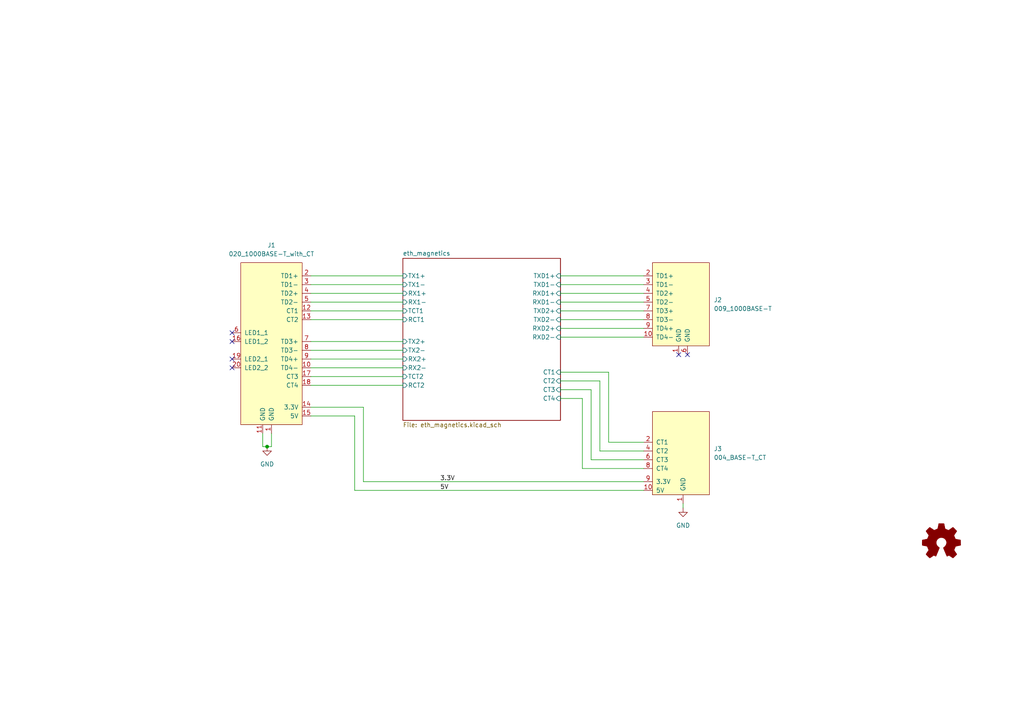
<source format=kicad_sch>
(kicad_sch (version 20211123) (generator eeschema)

  (uuid 57732dd3-1162-4c3f-88bd-31bf473d124d)

  (paper "A4")

  (lib_symbols
    (symbol "Graphic:Logo_Open_Hardware_Small" (pin_names (offset 1.016)) (in_bom yes) (on_board yes)
      (property "Reference" "#LOGO" (id 0) (at 0 6.985 0)
        (effects (font (size 1.27 1.27)) hide)
      )
      (property "Value" "Logo_Open_Hardware_Small" (id 1) (at 0 -5.715 0)
        (effects (font (size 1.27 1.27)) hide)
      )
      (property "Footprint" "" (id 2) (at 0 0 0)
        (effects (font (size 1.27 1.27)) hide)
      )
      (property "Datasheet" "~" (id 3) (at 0 0 0)
        (effects (font (size 1.27 1.27)) hide)
      )
      (property "ki_keywords" "Logo" (id 4) (at 0 0 0)
        (effects (font (size 1.27 1.27)) hide)
      )
      (property "ki_description" "Open Hardware logo, small" (id 5) (at 0 0 0)
        (effects (font (size 1.27 1.27)) hide)
      )
      (symbol "Logo_Open_Hardware_Small_0_1"
        (polyline
          (pts
            (xy 3.3528 -4.3434)
            (xy 3.302 -4.318)
            (xy 3.175 -4.2418)
            (xy 2.9972 -4.1148)
            (xy 2.7686 -3.9624)
            (xy 2.54 -3.81)
            (xy 2.3622 -3.7084)
            (xy 2.2352 -3.6068)
            (xy 2.1844 -3.5814)
            (xy 2.159 -3.6068)
            (xy 2.0574 -3.6576)
            (xy 1.905 -3.7338)
            (xy 1.8034 -3.7846)
            (xy 1.6764 -3.8354)
            (xy 1.6002 -3.8354)
            (xy 1.6002 -3.8354)
            (xy 1.5494 -3.7338)
            (xy 1.4732 -3.5306)
            (xy 1.3462 -3.302)
            (xy 1.2446 -3.0226)
            (xy 1.1176 -2.7178)
            (xy 0.9652 -2.413)
            (xy 0.8636 -2.1082)
            (xy 0.7366 -1.8288)
            (xy 0.6604 -1.6256)
            (xy 0.6096 -1.4732)
            (xy 0.5842 -1.397)
            (xy 0.5842 -1.397)
            (xy 0.6604 -1.3208)
            (xy 0.7874 -1.2446)
            (xy 1.0414 -1.016)
            (xy 1.2954 -0.6858)
            (xy 1.4478 -0.3302)
            (xy 1.524 0.0762)
            (xy 1.4732 0.4572)
            (xy 1.3208 0.8128)
            (xy 1.0668 1.143)
            (xy 0.762 1.3716)
            (xy 0.4064 1.524)
            (xy 0 1.5748)
            (xy -0.381 1.5494)
            (xy -0.7366 1.397)
            (xy -1.0668 1.143)
            (xy -1.2192 0.9906)
            (xy -1.397 0.6604)
            (xy -1.524 0.3048)
            (xy -1.524 0.2286)
            (xy -1.4986 -0.1778)
            (xy -1.397 -0.5334)
            (xy -1.1938 -0.8636)
            (xy -0.9144 -1.143)
            (xy -0.8636 -1.1684)
            (xy -0.7366 -1.27)
            (xy -0.635 -1.3462)
            (xy -0.5842 -1.397)
            (xy -1.0668 -2.5908)
            (xy -1.143 -2.794)
            (xy -1.2954 -3.1242)
            (xy -1.397 -3.4036)
            (xy -1.4986 -3.6322)
            (xy -1.5748 -3.7846)
            (xy -1.6002 -3.8354)
            (xy -1.6002 -3.8354)
            (xy -1.651 -3.8354)
            (xy -1.7272 -3.81)
            (xy -1.905 -3.7338)
            (xy -2.0066 -3.683)
            (xy -2.1336 -3.6068)
            (xy -2.2098 -3.5814)
            (xy -2.2606 -3.6068)
            (xy -2.3622 -3.683)
            (xy -2.54 -3.81)
            (xy -2.7686 -3.9624)
            (xy -2.9718 -4.0894)
            (xy -3.1496 -4.2164)
            (xy -3.302 -4.318)
            (xy -3.3528 -4.3434)
            (xy -3.3782 -4.3434)
            (xy -3.429 -4.318)
            (xy -3.5306 -4.2164)
            (xy -3.7084 -4.064)
            (xy -3.937 -3.8354)
            (xy -3.9624 -3.81)
            (xy -4.1656 -3.6068)
            (xy -4.318 -3.4544)
            (xy -4.4196 -3.3274)
            (xy -4.445 -3.2766)
            (xy -4.445 -3.2766)
            (xy -4.4196 -3.2258)
            (xy -4.318 -3.0734)
            (xy -4.2164 -2.8956)
            (xy -4.064 -2.667)
            (xy -3.6576 -2.0828)
            (xy -3.8862 -1.5494)
            (xy -3.937 -1.3716)
            (xy -4.0386 -1.1684)
            (xy -4.0894 -1.0414)
            (xy -4.1148 -0.9652)
            (xy -4.191 -0.9398)
            (xy -4.318 -0.9144)
            (xy -4.5466 -0.8636)
            (xy -4.8006 -0.8128)
            (xy -5.0546 -0.7874)
            (xy -5.2578 -0.7366)
            (xy -5.4356 -0.7112)
            (xy -5.5118 -0.6858)
            (xy -5.5118 -0.6858)
            (xy -5.5372 -0.635)
            (xy -5.5372 -0.5588)
            (xy -5.5372 -0.4318)
            (xy -5.5626 -0.2286)
            (xy -5.5626 0.0762)
            (xy -5.5626 0.127)
            (xy -5.5372 0.4064)
            (xy -5.5372 0.635)
            (xy -5.5372 0.762)
            (xy -5.5372 0.8382)
            (xy -5.5372 0.8382)
            (xy -5.461 0.8382)
            (xy -5.3086 0.889)
            (xy -5.08 0.9144)
            (xy -4.826 0.9652)
            (xy -4.8006 0.9906)
            (xy -4.5466 1.0414)
            (xy -4.318 1.0668)
            (xy -4.1656 1.1176)
            (xy -4.0894 1.143)
            (xy -4.0894 1.143)
            (xy -4.0386 1.2446)
            (xy -3.9624 1.4224)
            (xy -3.8608 1.6256)
            (xy -3.7846 1.8288)
            (xy -3.7084 2.0066)
            (xy -3.6576 2.159)
            (xy -3.6322 2.2098)
            (xy -3.6322 2.2098)
            (xy -3.683 2.286)
            (xy -3.7592 2.413)
            (xy -3.8862 2.5908)
            (xy -4.064 2.8194)
            (xy -4.064 2.8448)
            (xy -4.2164 3.0734)
            (xy -4.3434 3.2512)
            (xy -4.4196 3.3782)
            (xy -4.445 3.4544)
            (xy -4.445 3.4544)
            (xy -4.3942 3.5052)
            (xy -4.2926 3.6322)
            (xy -4.1148 3.81)
            (xy -3.937 4.0132)
            (xy -3.8608 4.064)
            (xy -3.6576 4.2926)
            (xy -3.5052 4.4196)
            (xy -3.4036 4.4958)
            (xy -3.3528 4.5212)
            (xy -3.3528 4.5212)
            (xy -3.302 4.4704)
            (xy -3.1496 4.3688)
            (xy -2.9718 4.2418)
            (xy -2.7432 4.0894)
            (xy -2.7178 4.0894)
            (xy -2.4892 3.937)
            (xy -2.3114 3.81)
            (xy -2.1844 3.7084)
            (xy -2.1336 3.683)
            (xy -2.1082 3.683)
            (xy -2.032 3.7084)
            (xy -1.8542 3.7592)
            (xy -1.6764 3.8354)
            (xy -1.4732 3.937)
            (xy -1.27 4.0132)
            (xy -1.143 4.064)
            (xy -1.0668 4.1148)
            (xy -1.0668 4.1148)
            (xy -1.0414 4.191)
            (xy -1.016 4.3434)
            (xy -0.9652 4.572)
            (xy -0.9144 4.8514)
            (xy -0.889 4.9022)
            (xy -0.8382 5.1562)
            (xy -0.8128 5.3848)
            (xy -0.7874 5.5372)
            (xy -0.762 5.588)
            (xy -0.7112 5.6134)
            (xy -0.5842 5.6134)
            (xy -0.4064 5.6134)
            (xy -0.1524 5.6134)
            (xy 0.0762 5.6134)
            (xy 0.3302 5.6134)
            (xy 0.5334 5.6134)
            (xy 0.6858 5.588)
            (xy 0.7366 5.588)
            (xy 0.7366 5.588)
            (xy 0.762 5.5118)
            (xy 0.8128 5.334)
            (xy 0.8382 5.1054)
            (xy 0.9144 4.826)
            (xy 0.9144 4.7752)
            (xy 0.9652 4.5212)
            (xy 1.016 4.2926)
            (xy 1.0414 4.1402)
            (xy 1.0668 4.0894)
            (xy 1.0668 4.0894)
            (xy 1.1938 4.0386)
            (xy 1.3716 3.9624)
            (xy 1.5748 3.8608)
            (xy 2.0828 3.6576)
            (xy 2.7178 4.0894)
            (xy 2.7686 4.1402)
            (xy 2.9972 4.2926)
            (xy 3.175 4.4196)
            (xy 3.302 4.4958)
            (xy 3.3782 4.5212)
            (xy 3.3782 4.5212)
            (xy 3.429 4.4704)
            (xy 3.556 4.3434)
            (xy 3.7338 4.191)
            (xy 3.9116 3.9878)
            (xy 4.064 3.8354)
            (xy 4.2418 3.6576)
            (xy 4.3434 3.556)
            (xy 4.4196 3.4798)
            (xy 4.4196 3.429)
            (xy 4.4196 3.4036)
            (xy 4.3942 3.3274)
            (xy 4.2926 3.2004)
            (xy 4.1656 2.9972)
            (xy 4.0132 2.794)
            (xy 3.8862 2.5908)
            (xy 3.7592 2.3876)
            (xy 3.6576 2.2352)
            (xy 3.6322 2.159)
            (xy 3.6322 2.1336)
            (xy 3.683 2.0066)
            (xy 3.7592 1.8288)
            (xy 3.8608 1.6002)
            (xy 4.064 1.1176)
            (xy 4.3942 1.0414)
            (xy 4.5974 1.016)
            (xy 4.8768 0.9652)
            (xy 5.1308 0.9144)
            (xy 5.5372 0.8382)
            (xy 5.5626 -0.6604)
            (xy 5.4864 -0.6858)
            (xy 5.4356 -0.6858)
            (xy 5.2832 -0.7366)
            (xy 5.0546 -0.762)
            (xy 4.8006 -0.8128)
            (xy 4.5974 -0.8636)
            (xy 4.3688 -0.9144)
            (xy 4.2164 -0.9398)
            (xy 4.1402 -0.9398)
            (xy 4.1148 -0.9652)
            (xy 4.064 -1.0668)
            (xy 3.9878 -1.2446)
            (xy 3.9116 -1.4478)
            (xy 3.81 -1.651)
            (xy 3.7338 -1.8542)
            (xy 3.683 -2.0066)
            (xy 3.6576 -2.0828)
            (xy 3.683 -2.1336)
            (xy 3.7846 -2.2606)
            (xy 3.8862 -2.4638)
            (xy 4.0386 -2.667)
            (xy 4.191 -2.8956)
            (xy 4.318 -3.0734)
            (xy 4.3942 -3.2004)
            (xy 4.445 -3.2766)
            (xy 4.4196 -3.3274)
            (xy 4.3434 -3.429)
            (xy 4.1656 -3.5814)
            (xy 3.937 -3.8354)
            (xy 3.8862 -3.8608)
            (xy 3.683 -4.064)
            (xy 3.5306 -4.2164)
            (xy 3.4036 -4.318)
            (xy 3.3528 -4.3434)
          )
          (stroke (width 0) (type default) (color 0 0 0 0))
          (fill (type outline))
        )
      )
    )
    (symbol "power:GND" (power) (pin_names (offset 0)) (in_bom yes) (on_board yes)
      (property "Reference" "#PWR" (id 0) (at 0 -6.35 0)
        (effects (font (size 1.27 1.27)) hide)
      )
      (property "Value" "GND" (id 1) (at 0 -3.81 0)
        (effects (font (size 1.27 1.27)))
      )
      (property "Footprint" "" (id 2) (at 0 0 0)
        (effects (font (size 1.27 1.27)) hide)
      )
      (property "Datasheet" "" (id 3) (at 0 0 0)
        (effects (font (size 1.27 1.27)) hide)
      )
      (property "ki_keywords" "power-flag" (id 4) (at 0 0 0)
        (effects (font (size 1.27 1.27)) hide)
      )
      (property "ki_description" "Power symbol creates a global label with name \"GND\" , ground" (id 5) (at 0 0 0)
        (effects (font (size 1.27 1.27)) hide)
      )
      (symbol "GND_0_1"
        (polyline
          (pts
            (xy 0 0)
            (xy 0 -1.27)
            (xy 1.27 -1.27)
            (xy 0 -2.54)
            (xy -1.27 -1.27)
            (xy 0 -1.27)
          )
          (stroke (width 0) (type default) (color 0 0 0 0))
          (fill (type none))
        )
      )
      (symbol "GND_1_1"
        (pin power_in line (at 0 0 270) (length 0) hide
          (name "GND" (effects (font (size 1.27 1.27))))
          (number "1" (effects (font (size 1.27 1.27))))
        )
      )
    )
    (symbol "put_on_edge:004_BASE-T_CT" (pin_names (offset 1.016)) (in_bom yes) (on_board yes)
      (property "Reference" "J" (id 0) (at -2.54 13.97 0)
        (effects (font (size 1.27 1.27)))
      )
      (property "Value" "004_BASE-T_CT" (id 1) (at 8.89 13.97 0)
        (effects (font (size 1.27 1.27)))
      )
      (property "Footprint" "" (id 2) (at 7.62 16.51 0)
        (effects (font (size 1.27 1.27)) hide)
      )
      (property "Datasheet" "" (id 3) (at 7.62 16.51 0)
        (effects (font (size 1.27 1.27)) hide)
      )
      (symbol "004_BASE-T_CT_0_1"
        (rectangle (start -8.89 12.7) (end 7.62 -11.43)
          (stroke (width 0) (type default) (color 0 0 0 0))
          (fill (type background))
        )
      )
      (symbol "004_BASE-T_CT_1_1"
        (pin power_in line (at 0 -13.97 90) (length 2.54)
          (name "GND" (effects (font (size 1.27 1.27))))
          (number "1" (effects (font (size 1.27 1.27))))
        )
        (pin power_in line (at -11.43 -10.16 0) (length 2.54)
          (name "5V" (effects (font (size 1.27 1.27))))
          (number "10" (effects (font (size 1.27 1.27))))
        )
        (pin bidirectional line (at -11.43 3.81 0) (length 2.54)
          (name "CT1" (effects (font (size 1.27 1.27))))
          (number "2" (effects (font (size 1.27 1.27))))
        )
        (pin bidirectional line (at -11.43 1.27 0) (length 2.54)
          (name "CT2" (effects (font (size 1.27 1.27))))
          (number "4" (effects (font (size 1.27 1.27))))
        )
        (pin bidirectional line (at -11.43 -1.27 0) (length 2.54)
          (name "CT3" (effects (font (size 1.27 1.27))))
          (number "6" (effects (font (size 1.27 1.27))))
        )
        (pin bidirectional line (at -11.43 -3.81 0) (length 2.54)
          (name "CT4" (effects (font (size 1.27 1.27))))
          (number "8" (effects (font (size 1.27 1.27))))
        )
        (pin power_in line (at -11.43 -7.62 0) (length 2.54)
          (name "3.3V" (effects (font (size 1.27 1.27))))
          (number "9" (effects (font (size 1.27 1.27))))
        )
      )
    )
    (symbol "put_on_edge:009_1000BASE-T" (pin_names (offset 1.016)) (in_bom yes) (on_board yes)
      (property "Reference" "J" (id 0) (at -2.54 13.97 0)
        (effects (font (size 1.27 1.27)))
      )
      (property "Value" "009_1000BASE-T" (id 1) (at 8.89 13.97 0)
        (effects (font (size 1.27 1.27)))
      )
      (property "Footprint" "" (id 2) (at 7.62 16.51 0)
        (effects (font (size 1.27 1.27)) hide)
      )
      (property "Datasheet" "" (id 3) (at 7.62 16.51 0)
        (effects (font (size 1.27 1.27)) hide)
      )
      (symbol "009_1000BASE-T_0_1"
        (rectangle (start -8.89 12.7) (end 7.62 -11.43)
          (stroke (width 0) (type default) (color 0 0 0 0))
          (fill (type background))
        )
      )
      (symbol "009_1000BASE-T_1_1"
        (pin power_in line (at -1.27 -13.97 90) (length 2.54)
          (name "GND" (effects (font (size 1.27 1.27))))
          (number "1" (effects (font (size 1.27 1.27))))
        )
        (pin bidirectional line (at -11.43 -8.89 0) (length 2.54)
          (name "TD4-" (effects (font (size 1.27 1.27))))
          (number "10" (effects (font (size 1.27 1.27))))
        )
        (pin bidirectional line (at -11.43 8.89 0) (length 2.54)
          (name "TD1+" (effects (font (size 1.27 1.27))))
          (number "2" (effects (font (size 1.27 1.27))))
        )
        (pin bidirectional line (at -11.43 6.35 0) (length 2.54)
          (name "TD1-" (effects (font (size 1.27 1.27))))
          (number "3" (effects (font (size 1.27 1.27))))
        )
        (pin bidirectional line (at -11.43 3.81 0) (length 2.54)
          (name "TD2+" (effects (font (size 1.27 1.27))))
          (number "4" (effects (font (size 1.27 1.27))))
        )
        (pin bidirectional line (at -11.43 1.27 0) (length 2.54)
          (name "TD2-" (effects (font (size 1.27 1.27))))
          (number "5" (effects (font (size 1.27 1.27))))
        )
        (pin power_in line (at 1.27 -13.97 90) (length 2.54)
          (name "GND" (effects (font (size 1.27 1.27))))
          (number "6" (effects (font (size 1.27 1.27))))
        )
        (pin bidirectional line (at -11.43 -1.27 0) (length 2.54)
          (name "TD3+" (effects (font (size 1.27 1.27))))
          (number "7" (effects (font (size 1.27 1.27))))
        )
        (pin bidirectional line (at -11.43 -3.81 0) (length 2.54)
          (name "TD3-" (effects (font (size 1.27 1.27))))
          (number "8" (effects (font (size 1.27 1.27))))
        )
        (pin bidirectional line (at -11.43 -6.35 0) (length 2.54)
          (name "TD4+" (effects (font (size 1.27 1.27))))
          (number "9" (effects (font (size 1.27 1.27))))
        )
      )
    )
    (symbol "put_on_edge:020_1000BASE-T_with_CT" (pin_names (offset 1.016)) (in_bom yes) (on_board yes)
      (property "Reference" "J" (id 0) (at -2.54 13.97 0)
        (effects (font (size 1.27 1.27)))
      )
      (property "Value" "020_1000BASE-T_with_CT" (id 1) (at 8.89 13.97 0)
        (effects (font (size 1.27 1.27)))
      )
      (property "Footprint" "" (id 2) (at 7.62 16.51 0)
        (effects (font (size 1.27 1.27)) hide)
      )
      (property "Datasheet" "" (id 3) (at 7.62 16.51 0)
        (effects (font (size 1.27 1.27)) hide)
      )
      (symbol "020_1000BASE-T_with_CT_0_1"
        (rectangle (start -8.89 12.7) (end 8.89 -34.29)
          (stroke (width 0) (type default) (color 0 0 0 0))
          (fill (type background))
        )
      )
      (symbol "020_1000BASE-T_with_CT_1_1"
        (pin power_in line (at 0 -36.83 90) (length 2.54)
          (name "GND" (effects (font (size 1.27 1.27))))
          (number "1" (effects (font (size 1.27 1.27))))
        )
        (pin bidirectional line (at -11.43 -17.78 0) (length 2.54)
          (name "TD4-" (effects (font (size 1.27 1.27))))
          (number "10" (effects (font (size 1.27 1.27))))
        )
        (pin power_in line (at 2.54 -36.83 90) (length 2.54)
          (name "GND" (effects (font (size 1.27 1.27))))
          (number "11" (effects (font (size 1.27 1.27))))
        )
        (pin bidirectional line (at -11.43 -1.27 0) (length 2.54)
          (name "CT1" (effects (font (size 1.27 1.27))))
          (number "12" (effects (font (size 1.27 1.27))))
        )
        (pin bidirectional line (at -11.43 -3.81 0) (length 2.54)
          (name "CT2" (effects (font (size 1.27 1.27))))
          (number "13" (effects (font (size 1.27 1.27))))
        )
        (pin bidirectional line (at -11.43 -29.21 0) (length 2.54)
          (name "3.3V" (effects (font (size 1.27 1.27))))
          (number "14" (effects (font (size 1.27 1.27))))
        )
        (pin bidirectional line (at -11.43 -31.75 0) (length 2.54)
          (name "5V" (effects (font (size 1.27 1.27))))
          (number "15" (effects (font (size 1.27 1.27))))
        )
        (pin bidirectional line (at 11.43 -10.16 180) (length 2.54)
          (name "LED1_2" (effects (font (size 1.27 1.27))))
          (number "16" (effects (font (size 1.27 1.27))))
        )
        (pin bidirectional line (at -11.43 -20.32 0) (length 2.54)
          (name "CT3" (effects (font (size 1.27 1.27))))
          (number "17" (effects (font (size 1.27 1.27))))
        )
        (pin bidirectional line (at -11.43 -22.86 0) (length 2.54)
          (name "CT4" (effects (font (size 1.27 1.27))))
          (number "18" (effects (font (size 1.27 1.27))))
        )
        (pin bidirectional line (at 11.43 -15.24 180) (length 2.54)
          (name "LED2_1" (effects (font (size 1.27 1.27))))
          (number "19" (effects (font (size 1.27 1.27))))
        )
        (pin bidirectional line (at -11.43 8.89 0) (length 2.54)
          (name "TD1+" (effects (font (size 1.27 1.27))))
          (number "2" (effects (font (size 1.27 1.27))))
        )
        (pin bidirectional line (at 11.43 -17.78 180) (length 2.54)
          (name "LED2_2" (effects (font (size 1.27 1.27))))
          (number "20" (effects (font (size 1.27 1.27))))
        )
        (pin bidirectional line (at -11.43 6.35 0) (length 2.54)
          (name "TD1-" (effects (font (size 1.27 1.27))))
          (number "3" (effects (font (size 1.27 1.27))))
        )
        (pin bidirectional line (at -11.43 3.81 0) (length 2.54)
          (name "TD2+" (effects (font (size 1.27 1.27))))
          (number "4" (effects (font (size 1.27 1.27))))
        )
        (pin bidirectional line (at -11.43 1.27 0) (length 2.54)
          (name "TD2-" (effects (font (size 1.27 1.27))))
          (number "5" (effects (font (size 1.27 1.27))))
        )
        (pin bidirectional line (at 11.43 -7.62 180) (length 2.54)
          (name "LED1_1" (effects (font (size 1.27 1.27))))
          (number "6" (effects (font (size 1.27 1.27))))
        )
        (pin bidirectional line (at -11.43 -10.16 0) (length 2.54)
          (name "TD3+" (effects (font (size 1.27 1.27))))
          (number "7" (effects (font (size 1.27 1.27))))
        )
        (pin bidirectional line (at -11.43 -12.7 0) (length 2.54)
          (name "TD3-" (effects (font (size 1.27 1.27))))
          (number "8" (effects (font (size 1.27 1.27))))
        )
        (pin bidirectional line (at -11.43 -15.24 0) (length 2.54)
          (name "TD4+" (effects (font (size 1.27 1.27))))
          (number "9" (effects (font (size 1.27 1.27))))
        )
      )
    )
  )

  (junction (at 77.47 129.54) (diameter 0) (color 0 0 0 0)
    (uuid 03a3046c-536b-44bf-8246-9aab18dbef23)
  )

  (no_connect (at 67.31 106.68) (uuid 2a3b6c20-da06-44fe-8f14-6e866f3c8771))
  (no_connect (at 67.31 96.52) (uuid 2a3b6c20-da06-44fe-8f14-6e866f3c8771))
  (no_connect (at 67.31 99.06) (uuid 2a3b6c20-da06-44fe-8f14-6e866f3c8771))
  (no_connect (at 67.31 104.14) (uuid 2a3b6c20-da06-44fe-8f14-6e866f3c8771))
  (no_connect (at 199.39 102.87) (uuid 9b0bfd38-8432-4445-b414-5c2275ab4a62))
  (no_connect (at 196.85 102.87) (uuid 9b0bfd38-8432-4445-b414-5c2275ab4a63))

  (wire (pts (xy 173.99 130.81) (xy 186.69 130.81))
    (stroke (width 0) (type default) (color 0 0 0 0))
    (uuid 03c2ba3f-90b3-4ba6-8a35-e4dd9941b50c)
  )
  (wire (pts (xy 186.69 139.7) (xy 105.41 139.7))
    (stroke (width 0) (type default) (color 0 0 0 0))
    (uuid 04273f2a-6251-4f43-86a7-cd660255d0a0)
  )
  (wire (pts (xy 78.74 129.54) (xy 78.74 125.73))
    (stroke (width 0) (type default) (color 0 0 0 0))
    (uuid 0e10dde4-aba1-47f1-9fc0-c1d36578fd52)
  )
  (wire (pts (xy 162.56 97.79) (xy 186.69 97.79))
    (stroke (width 0) (type default) (color 0 0 0 0))
    (uuid 1493b973-4545-45a7-8792-b5eb77b7bdda)
  )
  (wire (pts (xy 90.17 82.55) (xy 116.84 82.55))
    (stroke (width 0) (type default) (color 0 0 0 0))
    (uuid 245bdde8-01ee-4e30-b361-40a916ed04cb)
  )
  (wire (pts (xy 90.17 99.06) (xy 116.84 99.06))
    (stroke (width 0) (type default) (color 0 0 0 0))
    (uuid 25d832bb-62a0-4e10-bf86-40588659fb1f)
  )
  (wire (pts (xy 76.2 125.73) (xy 76.2 129.54))
    (stroke (width 0) (type default) (color 0 0 0 0))
    (uuid 27bae3a9-f28c-4f18-a514-67120a03be28)
  )
  (wire (pts (xy 162.56 85.09) (xy 186.69 85.09))
    (stroke (width 0) (type default) (color 0 0 0 0))
    (uuid 35be6e1c-5f05-40fe-bb9f-e98f9d87d2ba)
  )
  (wire (pts (xy 90.17 120.65) (xy 102.87 120.65))
    (stroke (width 0) (type default) (color 0 0 0 0))
    (uuid 35e214d5-b57d-4dff-acb4-6914cc3a0185)
  )
  (wire (pts (xy 171.45 133.35) (xy 171.45 113.03))
    (stroke (width 0) (type default) (color 0 0 0 0))
    (uuid 3f7e725e-a440-45d1-a775-5b824c1dd293)
  )
  (wire (pts (xy 162.56 82.55) (xy 186.69 82.55))
    (stroke (width 0) (type default) (color 0 0 0 0))
    (uuid 4729eb13-5d59-49eb-b9be-bbbd4ce89b15)
  )
  (wire (pts (xy 162.56 90.17) (xy 186.69 90.17))
    (stroke (width 0) (type default) (color 0 0 0 0))
    (uuid 476beaec-fc9d-4fa5-96cf-7ad56a940974)
  )
  (wire (pts (xy 168.91 135.89) (xy 168.91 115.57))
    (stroke (width 0) (type default) (color 0 0 0 0))
    (uuid 48c379d4-137b-4c99-8389-ece2e011cc68)
  )
  (wire (pts (xy 76.2 129.54) (xy 77.47 129.54))
    (stroke (width 0) (type default) (color 0 0 0 0))
    (uuid 4cd441f7-927a-413d-9672-2cabee7de042)
  )
  (wire (pts (xy 90.17 101.6) (xy 116.84 101.6))
    (stroke (width 0) (type default) (color 0 0 0 0))
    (uuid 51bf2b28-a12e-4e2a-90be-00a9ddbf0b9e)
  )
  (wire (pts (xy 162.56 107.95) (xy 176.53 107.95))
    (stroke (width 0) (type default) (color 0 0 0 0))
    (uuid 61befe07-d276-4cb5-80cc-8bf162373dcb)
  )
  (wire (pts (xy 90.17 111.76) (xy 116.84 111.76))
    (stroke (width 0) (type default) (color 0 0 0 0))
    (uuid 65379388-718b-4447-b400-e9ef63722dad)
  )
  (wire (pts (xy 77.47 129.54) (xy 78.74 129.54))
    (stroke (width 0) (type default) (color 0 0 0 0))
    (uuid 72b2d6aa-8b4f-42f2-bb11-fc4fab091d64)
  )
  (wire (pts (xy 90.17 109.22) (xy 116.84 109.22))
    (stroke (width 0) (type default) (color 0 0 0 0))
    (uuid 79059539-0e30-4e78-bcbd-31aa755d1034)
  )
  (wire (pts (xy 186.69 135.89) (xy 168.91 135.89))
    (stroke (width 0) (type default) (color 0 0 0 0))
    (uuid 8bc7b5a1-0fe4-4de5-b124-b91fc45e2124)
  )
  (wire (pts (xy 90.17 106.68) (xy 116.84 106.68))
    (stroke (width 0) (type default) (color 0 0 0 0))
    (uuid 8dc5b6fd-8322-4b71-ab66-9d7bba9f8385)
  )
  (wire (pts (xy 176.53 128.27) (xy 186.69 128.27))
    (stroke (width 0) (type default) (color 0 0 0 0))
    (uuid 94e76c42-ef8c-476b-97dd-a3d460628d6c)
  )
  (wire (pts (xy 171.45 113.03) (xy 162.56 113.03))
    (stroke (width 0) (type default) (color 0 0 0 0))
    (uuid 97bc2efd-73d5-48d7-ad89-ddd11f5271a1)
  )
  (wire (pts (xy 162.56 87.63) (xy 186.69 87.63))
    (stroke (width 0) (type default) (color 0 0 0 0))
    (uuid a10fb016-45d8-4697-81d7-e2bbb712710d)
  )
  (wire (pts (xy 90.17 92.71) (xy 116.84 92.71))
    (stroke (width 0) (type default) (color 0 0 0 0))
    (uuid ae69b405-1341-44f0-ba00-52549b369c99)
  )
  (wire (pts (xy 90.17 90.17) (xy 116.84 90.17))
    (stroke (width 0) (type default) (color 0 0 0 0))
    (uuid b083d772-0894-45bb-98b9-6ab2e8b1b4a2)
  )
  (wire (pts (xy 176.53 107.95) (xy 176.53 128.27))
    (stroke (width 0) (type default) (color 0 0 0 0))
    (uuid b4a11316-db95-4619-971f-1af1b27414e1)
  )
  (wire (pts (xy 186.69 133.35) (xy 171.45 133.35))
    (stroke (width 0) (type default) (color 0 0 0 0))
    (uuid bafda417-49b5-40f2-b533-262edcb7c247)
  )
  (wire (pts (xy 90.17 80.01) (xy 116.84 80.01))
    (stroke (width 0) (type default) (color 0 0 0 0))
    (uuid c4451026-09d9-43fd-9ce0-c55979c2fb7e)
  )
  (wire (pts (xy 162.56 110.49) (xy 173.99 110.49))
    (stroke (width 0) (type default) (color 0 0 0 0))
    (uuid c7f67ce2-a508-46aa-8bbd-8c1abbca618e)
  )
  (wire (pts (xy 162.56 92.71) (xy 186.69 92.71))
    (stroke (width 0) (type default) (color 0 0 0 0))
    (uuid d060ff54-e74d-4617-bc76-79640ac6653c)
  )
  (wire (pts (xy 90.17 118.11) (xy 105.41 118.11))
    (stroke (width 0) (type default) (color 0 0 0 0))
    (uuid d13cf295-4d5b-462f-b831-7b8ad33fee59)
  )
  (wire (pts (xy 198.12 146.05) (xy 198.12 147.32))
    (stroke (width 0) (type default) (color 0 0 0 0))
    (uuid d375af02-a6ef-4524-b70c-fb33bb2846aa)
  )
  (wire (pts (xy 162.56 95.25) (xy 186.69 95.25))
    (stroke (width 0) (type default) (color 0 0 0 0))
    (uuid d7542ef7-3cf7-4bd2-91cd-451a53f12879)
  )
  (wire (pts (xy 173.99 110.49) (xy 173.99 130.81))
    (stroke (width 0) (type default) (color 0 0 0 0))
    (uuid d83374c3-ffec-4f5e-9462-a66db4afa747)
  )
  (wire (pts (xy 90.17 87.63) (xy 116.84 87.63))
    (stroke (width 0) (type default) (color 0 0 0 0))
    (uuid da1a926d-266a-4f37-a2a2-d6be47ca6015)
  )
  (wire (pts (xy 168.91 115.57) (xy 162.56 115.57))
    (stroke (width 0) (type default) (color 0 0 0 0))
    (uuid dd7cdfb7-16eb-47ed-ae5f-4e140d9304b8)
  )
  (wire (pts (xy 90.17 85.09) (xy 116.84 85.09))
    (stroke (width 0) (type default) (color 0 0 0 0))
    (uuid dedb1153-706f-41cb-9519-e57a11130e36)
  )
  (wire (pts (xy 105.41 118.11) (xy 105.41 139.7))
    (stroke (width 0) (type default) (color 0 0 0 0))
    (uuid e03aaf14-c353-4510-ad1a-bef70ab624f7)
  )
  (wire (pts (xy 90.17 104.14) (xy 116.84 104.14))
    (stroke (width 0) (type default) (color 0 0 0 0))
    (uuid e22625fc-008d-4fed-be1f-7b78e51d2dd3)
  )
  (wire (pts (xy 162.56 80.01) (xy 186.69 80.01))
    (stroke (width 0) (type default) (color 0 0 0 0))
    (uuid e9993e9b-6869-4477-a984-6258e920cd3f)
  )
  (wire (pts (xy 102.87 120.65) (xy 102.87 142.24))
    (stroke (width 0) (type default) (color 0 0 0 0))
    (uuid f19abd38-9d55-4113-909e-9832747f6a27)
  )
  (wire (pts (xy 102.87 142.24) (xy 186.69 142.24))
    (stroke (width 0) (type default) (color 0 0 0 0))
    (uuid f72ddb73-beb8-42c2-b9f7-6057fdf72a31)
  )

  (label "3.3V" (at 127.635 139.7 0)
    (effects (font (size 1.27 1.27)) (justify left bottom))
    (uuid 4dcf1b39-842a-4a3b-8984-2f28491e04cb)
  )
  (label "5V" (at 127.635 142.24 0)
    (effects (font (size 1.27 1.27)) (justify left bottom))
    (uuid 83307dd5-b495-4e8c-87f4-e97c85e6d3ff)
  )

  (symbol (lib_id "power:GND") (at 198.12 147.32 0) (unit 1)
    (in_bom yes) (on_board yes) (fields_autoplaced)
    (uuid 8abf2288-b2ff-4824-bade-ea97b1002519)
    (property "Reference" "#PWR0102" (id 0) (at 198.12 153.67 0)
      (effects (font (size 1.27 1.27)) hide)
    )
    (property "Value" "GND" (id 1) (at 198.12 152.4 0))
    (property "Footprint" "" (id 2) (at 198.12 147.32 0)
      (effects (font (size 1.27 1.27)) hide)
    )
    (property "Datasheet" "" (id 3) (at 198.12 147.32 0)
      (effects (font (size 1.27 1.27)) hide)
    )
    (pin "1" (uuid 68e5257c-90e2-43b6-9bff-932cd5382d33))
  )

  (symbol (lib_id "put_on_edge:020_1000BASE-T_with_CT") (at 78.74 88.9 0) (mirror y) (unit 1)
    (in_bom yes) (on_board yes) (fields_autoplaced)
    (uuid 9ea7ce04-55a9-4ae9-8058-fe062be9b8ab)
    (property "Reference" "J1" (id 0) (at 78.74 71.12 0))
    (property "Value" "020_1000BASE-T_with_CT" (id 1) (at 78.74 73.66 0))
    (property "Footprint" "on_edge:on_edge_2x10_device" (id 2) (at 71.12 72.39 0)
      (effects (font (size 1.27 1.27)) hide)
    )
    (property "Datasheet" "" (id 3) (at 71.12 72.39 0)
      (effects (font (size 1.27 1.27)) hide)
    )
    (pin "1" (uuid 847fdbd6-15e1-4fd4-9a07-b40e3d698e6b))
    (pin "10" (uuid c657987e-cad5-46dc-9ff9-a72e621c018c))
    (pin "11" (uuid 779b5c2f-1a7d-43ec-83b4-ff45cc065c7d))
    (pin "12" (uuid 5d0ef74d-188b-4f65-a622-387c910a4bd1))
    (pin "13" (uuid 0955fd2c-4fda-415f-a080-d7f6afb59269))
    (pin "14" (uuid 8c1ccb1c-85a0-48e9-a3a0-d6bbe083697e))
    (pin "15" (uuid 2545841b-270b-403c-9064-7bac48734741))
    (pin "16" (uuid 6986ae88-d63f-4b77-b0d7-a6b6ac08d531))
    (pin "17" (uuid b9ebe2ef-05d8-41e8-82a0-8ddd171c6b4d))
    (pin "18" (uuid 0fbfdf6b-181c-482f-a8c4-e09cd6e0668a))
    (pin "19" (uuid f9d226ce-a331-4d66-98e2-7b26fea0e578))
    (pin "2" (uuid 26b0729e-2b6f-42a0-b5f0-7d3a70d47de8))
    (pin "20" (uuid 446542b0-1b38-4765-8808-c60f2a23f996))
    (pin "3" (uuid 12f793c2-a0ba-4c17-9f6c-c5bc79161c77))
    (pin "4" (uuid 5c520db3-4a78-4013-ac2b-7f84f6314161))
    (pin "5" (uuid bac7a3ae-5f92-4523-8c2d-443a8e7b6aea))
    (pin "6" (uuid 95546719-3874-47f4-a31e-5c4a4c09284d))
    (pin "7" (uuid b7954a74-cb8e-4cd4-8083-107adb5985a7))
    (pin "8" (uuid f2146641-c0c9-4841-98e6-add9853a9597))
    (pin "9" (uuid d64c1573-ea93-4993-99c7-82a81340b07e))
  )

  (symbol (lib_id "Graphic:Logo_Open_Hardware_Small") (at 273.05 157.48 0) (unit 1)
    (in_bom yes) (on_board yes) (fields_autoplaced)
    (uuid b72b6f4a-7489-40f2-bb90-d75ae01aa368)
    (property "Reference" "LOGO1" (id 0) (at 273.05 150.495 0)
      (effects (font (size 1.27 1.27)) hide)
    )
    (property "Value" "Logo_Open_Hardware_Small" (id 1) (at 273.05 163.195 0)
      (effects (font (size 1.27 1.27)) hide)
    )
    (property "Footprint" "Symbol:OSHW-Symbol_6.7x6mm_SilkScreen" (id 2) (at 273.05 157.48 0)
      (effects (font (size 1.27 1.27)) hide)
    )
    (property "Datasheet" "~" (id 3) (at 273.05 157.48 0)
      (effects (font (size 1.27 1.27)) hide)
    )
  )

  (symbol (lib_id "put_on_edge:004_BASE-T_CT") (at 198.12 132.08 0) (unit 1)
    (in_bom yes) (on_board yes) (fields_autoplaced)
    (uuid b78e9d36-43ff-4cc7-ab50-e83113c69f50)
    (property "Reference" "J3" (id 0) (at 207.01 130.1749 0)
      (effects (font (size 1.27 1.27)) (justify left))
    )
    (property "Value" "004_BASE-T_CT" (id 1) (at 207.01 132.7149 0)
      (effects (font (size 1.27 1.27)) (justify left))
    )
    (property "Footprint" "on_edge:on_edge_2x05_host" (id 2) (at 205.74 115.57 0)
      (effects (font (size 1.27 1.27)) hide)
    )
    (property "Datasheet" "" (id 3) (at 205.74 115.57 0)
      (effects (font (size 1.27 1.27)) hide)
    )
    (pin "1" (uuid 22914b36-b440-4d3c-b412-efa9e7b490fa))
    (pin "10" (uuid 8b87d2e0-6a54-4dd3-8381-eb3142a15a79))
    (pin "2" (uuid c7316ef9-430e-403e-b89e-2b0da8d3ad29))
    (pin "4" (uuid 39b38db4-f093-46fb-b3ab-e832271bb099))
    (pin "6" (uuid 92d43a25-95fa-4dcd-aabf-bfc089b03f7c))
    (pin "8" (uuid c8d7e6aa-db95-42ea-b3ee-525ea991d902))
    (pin "9" (uuid e7d3ff41-b5b9-4c38-8fbe-c1b33c81983a))
  )

  (symbol (lib_id "put_on_edge:009_1000BASE-T") (at 198.12 88.9 0) (unit 1)
    (in_bom yes) (on_board yes) (fields_autoplaced)
    (uuid e3915cad-b4f2-4bb4-9c5d-5d2f91f3e569)
    (property "Reference" "J2" (id 0) (at 207.01 86.9949 0)
      (effects (font (size 1.27 1.27)) (justify left))
    )
    (property "Value" "009_1000BASE-T" (id 1) (at 207.01 89.5349 0)
      (effects (font (size 1.27 1.27)) (justify left))
    )
    (property "Footprint" "on_edge:on_edge_2x05_host" (id 2) (at 205.74 72.39 0)
      (effects (font (size 1.27 1.27)) hide)
    )
    (property "Datasheet" "" (id 3) (at 205.74 72.39 0)
      (effects (font (size 1.27 1.27)) hide)
    )
    (pin "1" (uuid 66406b6f-b856-4cb9-a0a1-903f727c681f))
    (pin "10" (uuid 08ea4f57-4a6c-47ce-a539-e209f403fe62))
    (pin "2" (uuid 59fa6ac0-0625-4ef1-9fc9-668c54213a86))
    (pin "3" (uuid 198d4f1d-c34a-4a4f-8e64-593ebf5ced1a))
    (pin "4" (uuid fc0b8b33-83c0-40e7-b398-688c4d5e2eef))
    (pin "5" (uuid 8109553a-d72f-408b-884e-13958aaa39b6))
    (pin "6" (uuid 641a5148-7af7-45d3-8310-2b996713a397))
    (pin "7" (uuid 1fd70156-4870-40d2-9772-34124a1b77e4))
    (pin "8" (uuid 9199d166-4a01-4642-babc-18d2ef686479))
    (pin "9" (uuid 7199fdcb-33b2-4a48-b4d9-2bebe12faa2f))
  )

  (symbol (lib_id "power:GND") (at 77.47 129.54 0) (unit 1)
    (in_bom yes) (on_board yes) (fields_autoplaced)
    (uuid f5bcd75e-356a-4da8-a9fe-623fa0e6ef56)
    (property "Reference" "#PWR0101" (id 0) (at 77.47 135.89 0)
      (effects (font (size 1.27 1.27)) hide)
    )
    (property "Value" "GND" (id 1) (at 77.47 134.62 0))
    (property "Footprint" "" (id 2) (at 77.47 129.54 0)
      (effects (font (size 1.27 1.27)) hide)
    )
    (property "Datasheet" "" (id 3) (at 77.47 129.54 0)
      (effects (font (size 1.27 1.27)) hide)
    )
    (pin "1" (uuid 3bafb23b-6130-401f-966d-3a8c8cd430e9))
  )

  (sheet (at 116.84 74.93) (size 45.72 46.99) (fields_autoplaced)
    (stroke (width 0.1524) (type solid) (color 0 0 0 0))
    (fill (color 0 0 0 0.0000))
    (uuid 3c188f4a-96b0-46fe-81a4-4bc44d10569e)
    (property "Sheet name" "eth_magnetics" (id 0) (at 116.84 74.2184 0)
      (effects (font (size 1.27 1.27)) (justify left bottom))
    )
    (property "Sheet file" "eth_magnetics.kicad_sch" (id 1) (at 116.84 122.5046 0)
      (effects (font (size 1.27 1.27)) (justify left top))
    )
    (pin "CT1" input (at 162.56 107.95 0)
      (effects (font (size 1.27 1.27)) (justify right))
      (uuid b6289737-a20c-4662-81b1-02fcc0dfd7c5)
    )
    (pin "CT2" input (at 162.56 110.49 0)
      (effects (font (size 1.27 1.27)) (justify right))
      (uuid 95807e92-c2fd-4417-a9ac-7edfa5eddf41)
    )
    (pin "TX1-" input (at 116.84 82.55 180)
      (effects (font (size 1.27 1.27)) (justify left))
      (uuid 547095fb-3a4d-48eb-8167-f3199a307ef8)
    )
    (pin "TX1+" input (at 116.84 80.01 180)
      (effects (font (size 1.27 1.27)) (justify left))
      (uuid e8e67148-e62a-4536-99da-5bb11e79438d)
    )
    (pin "TCT1" input (at 116.84 90.17 180)
      (effects (font (size 1.27 1.27)) (justify left))
      (uuid 0a65dd92-607b-45b2-8bc6-31dca8dd3c5d)
    )
    (pin "TXD1-" input (at 162.56 82.55 0)
      (effects (font (size 1.27 1.27)) (justify right))
      (uuid 7852f779-b559-4c8c-8895-0037737777ea)
    )
    (pin "TXD1+" input (at 162.56 80.01 0)
      (effects (font (size 1.27 1.27)) (justify right))
      (uuid 5dbcb0e2-f5ce-4cb4-b04e-e0dfe07a8947)
    )
    (pin "RX1+" input (at 116.84 85.09 180)
      (effects (font (size 1.27 1.27)) (justify left))
      (uuid 128646fb-404b-43c7-9c70-c06f8b76b29e)
    )
    (pin "RX1-" input (at 116.84 87.63 180)
      (effects (font (size 1.27 1.27)) (justify left))
      (uuid fb477ebd-28eb-41a8-9097-7c862428fd9f)
    )
    (pin "RCT1" input (at 116.84 92.71 180)
      (effects (font (size 1.27 1.27)) (justify left))
      (uuid fd02a5b8-a28d-42d5-8dd6-3799b419d2ab)
    )
    (pin "TX2+" input (at 116.84 99.06 180)
      (effects (font (size 1.27 1.27)) (justify left))
      (uuid b56b8f4e-1278-466e-ad12-f5e60fc2e968)
    )
    (pin "RX2+" input (at 116.84 104.14 180)
      (effects (font (size 1.27 1.27)) (justify left))
      (uuid 6c830236-99e7-458e-876a-96168d1ee342)
    )
    (pin "RCT2" input (at 116.84 111.76 180)
      (effects (font (size 1.27 1.27)) (justify left))
      (uuid 0171ceca-1424-4dda-8b58-dd9066b6f17f)
    )
    (pin "RX2-" input (at 116.84 106.68 180)
      (effects (font (size 1.27 1.27)) (justify left))
      (uuid 91a03cc3-6104-4530-a0b4-5bd7c8b06c2d)
    )
    (pin "TX2-" input (at 116.84 101.6 180)
      (effects (font (size 1.27 1.27)) (justify left))
      (uuid c13ea62b-54d0-40be-80dd-7cb584fbea63)
    )
    (pin "TCT2" input (at 116.84 109.22 180)
      (effects (font (size 1.27 1.27)) (justify left))
      (uuid a4acd8cc-7f12-4052-860e-fdee04bfe964)
    )
    (pin "RXD2+" input (at 162.56 95.25 0)
      (effects (font (size 1.27 1.27)) (justify right))
      (uuid 872fc769-b87e-4fa2-911e-359a44ebc475)
    )
    (pin "RXD2-" input (at 162.56 97.79 0)
      (effects (font (size 1.27 1.27)) (justify right))
      (uuid 2661774f-62f6-4f42-ad3d-7bbb483bed58)
    )
    (pin "CT4" input (at 162.56 115.57 0)
      (effects (font (size 1.27 1.27)) (justify right))
      (uuid 3bf7a395-b905-46b9-8b1a-40348e902697)
    )
    (pin "RXD1+" input (at 162.56 85.09 0)
      (effects (font (size 1.27 1.27)) (justify right))
      (uuid fbe7bb6d-1cfb-4c44-8a0c-8cf5a6deee6b)
    )
    (pin "RXD1-" input (at 162.56 87.63 0)
      (effects (font (size 1.27 1.27)) (justify right))
      (uuid 3f148340-73d3-4f3a-b171-0afa149234f8)
    )
    (pin "TXD2-" input (at 162.56 92.71 0)
      (effects (font (size 1.27 1.27)) (justify right))
      (uuid 36edd067-a41a-44af-a1e3-44a7e6ca72d3)
    )
    (pin "TXD2+" input (at 162.56 90.17 0)
      (effects (font (size 1.27 1.27)) (justify right))
      (uuid 430238bd-5e37-45b1-b91e-8be48dd368d4)
    )
    (pin "CT3" input (at 162.56 113.03 0)
      (effects (font (size 1.27 1.27)) (justify right))
      (uuid d16af443-49ec-4613-8c7a-ca85ff487c8b)
    )
  )

  (sheet_instances
    (path "/" (page "1"))
    (path "/3c188f4a-96b0-46fe-81a4-4bc44d10569e" (page "2"))
  )

  (symbol_instances
    (path "/f5bcd75e-356a-4da8-a9fe-623fa0e6ef56"
      (reference "#PWR0101") (unit 1) (value "GND") (footprint "")
    )
    (path "/8abf2288-b2ff-4824-bade-ea97b1002519"
      (reference "#PWR0102") (unit 1) (value "GND") (footprint "")
    )
    (path "/9ea7ce04-55a9-4ae9-8058-fe062be9b8ab"
      (reference "J1") (unit 1) (value "020_1000BASE-T_with_CT") (footprint "on_edge:on_edge_2x10_device")
    )
    (path "/e3915cad-b4f2-4bb4-9c5d-5d2f91f3e569"
      (reference "J2") (unit 1) (value "009_1000BASE-T") (footprint "on_edge:on_edge_2x05_host")
    )
    (path "/b78e9d36-43ff-4cc7-ab50-e83113c69f50"
      (reference "J3") (unit 1) (value "004_BASE-T_CT") (footprint "on_edge:on_edge_2x05_host")
    )
    (path "/b72b6f4a-7489-40f2-bb90-d75ae01aa368"
      (reference "LOGO1") (unit 1) (value "Logo_Open_Hardware_Small") (footprint "Symbol:OSHW-Symbol_6.7x6mm_SilkScreen")
    )
    (path "/3c188f4a-96b0-46fe-81a4-4bc44d10569e/c6cd01d2-86e9-4723-8f5f-6cf2f8eec1aa"
      (reference "T1") (unit 1) (value "PT61020EL") (footprint "XFMR_PT61020EL")
    )
    (path "/3c188f4a-96b0-46fe-81a4-4bc44d10569e/38420154-f08a-446f-8e06-448bb1445291"
      (reference "T1") (unit 2) (value "PT61020EL") (footprint "XFMR_PT61020EL")
    )
    (path "/3c188f4a-96b0-46fe-81a4-4bc44d10569e/fdaaffd4-3f96-4d36-8981-f4873cd7472f"
      (reference "T1") (unit 3) (value "PT61020EL") (footprint "XFMR_PT61020EL")
    )
    (path "/3c188f4a-96b0-46fe-81a4-4bc44d10569e/e9a8751c-66be-4596-bc9d-a2a813f16afa"
      (reference "T1") (unit 4) (value "PT61020EL") (footprint "XFMR_PT61020EL")
    )
  )
)

</source>
